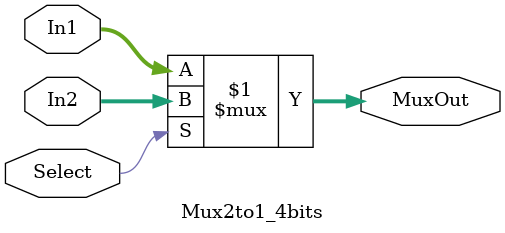
<source format=v>
`timescale 1ns/1ns

module Mux2to1_4bits(
  input Select, 
  input [3:0] In1, In2,
  output [3:0] MuxOut);
  assign MuxOut = Select ? In2 : In1; //input 0 goes first
endmodule

</source>
